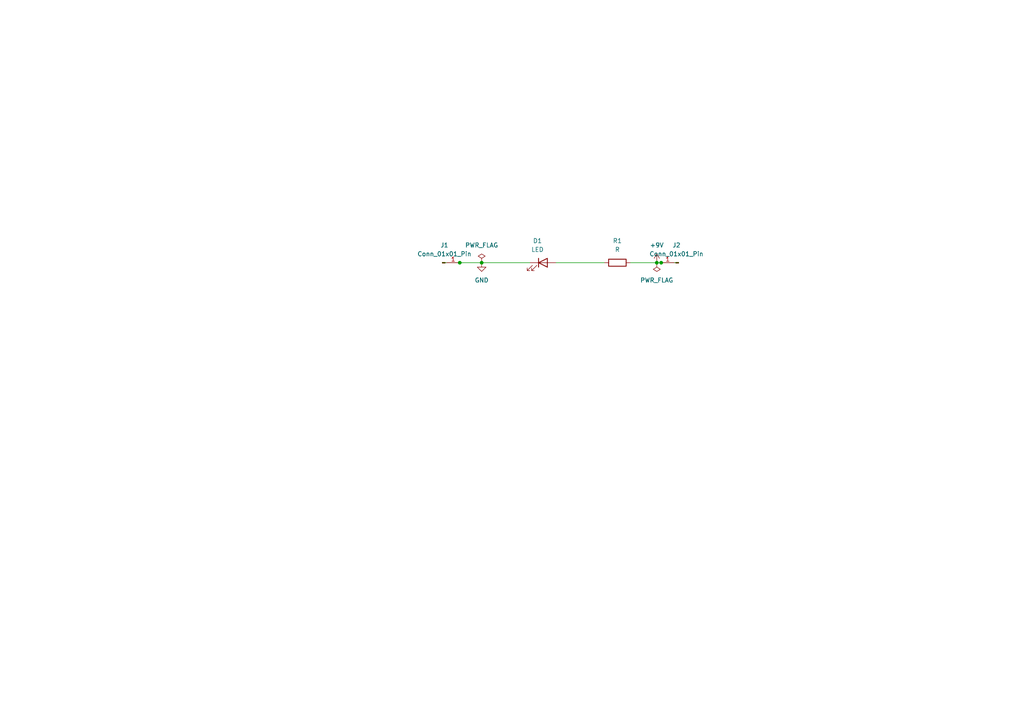
<source format=kicad_sch>
(kicad_sch
	(version 20231120)
	(generator "eeschema")
	(generator_version "8.0")
	(uuid "a852e7f9-8b24-460a-9450-6578a0dcf22f")
	(paper "A4")
	(lib_symbols
		(symbol "Connector:Conn_01x01_Pin"
			(pin_names
				(offset 1.016) hide)
			(exclude_from_sim no)
			(in_bom yes)
			(on_board yes)
			(property "Reference" "J"
				(at 0 2.54 0)
				(effects
					(font
						(size 1.27 1.27)
					)
				)
			)
			(property "Value" "Conn_01x01_Pin"
				(at 0 -2.54 0)
				(effects
					(font
						(size 1.27 1.27)
					)
				)
			)
			(property "Footprint" ""
				(at 0 0 0)
				(effects
					(font
						(size 1.27 1.27)
					)
					(hide yes)
				)
			)
			(property "Datasheet" "~"
				(at 0 0 0)
				(effects
					(font
						(size 1.27 1.27)
					)
					(hide yes)
				)
			)
			(property "Description" "Generic connector, single row, 01x01, script generated"
				(at 0 0 0)
				(effects
					(font
						(size 1.27 1.27)
					)
					(hide yes)
				)
			)
			(property "ki_locked" ""
				(at 0 0 0)
				(effects
					(font
						(size 1.27 1.27)
					)
				)
			)
			(property "ki_keywords" "connector"
				(at 0 0 0)
				(effects
					(font
						(size 1.27 1.27)
					)
					(hide yes)
				)
			)
			(property "ki_fp_filters" "Connector*:*_1x??_*"
				(at 0 0 0)
				(effects
					(font
						(size 1.27 1.27)
					)
					(hide yes)
				)
			)
			(symbol "Conn_01x01_Pin_1_1"
				(polyline
					(pts
						(xy 1.27 0) (xy 0.8636 0)
					)
					(stroke
						(width 0.1524)
						(type default)
					)
					(fill
						(type none)
					)
				)
				(rectangle
					(start 0.8636 0.127)
					(end 0 -0.127)
					(stroke
						(width 0.1524)
						(type default)
					)
					(fill
						(type outline)
					)
				)
				(pin passive line
					(at 5.08 0 180)
					(length 3.81)
					(name "Pin_1"
						(effects
							(font
								(size 1.27 1.27)
							)
						)
					)
					(number "1"
						(effects
							(font
								(size 1.27 1.27)
							)
						)
					)
				)
			)
		)
		(symbol "Device:LED"
			(pin_numbers hide)
			(pin_names
				(offset 1.016) hide)
			(exclude_from_sim no)
			(in_bom yes)
			(on_board yes)
			(property "Reference" "D"
				(at 0 2.54 0)
				(effects
					(font
						(size 1.27 1.27)
					)
				)
			)
			(property "Value" "LED"
				(at 0 -2.54 0)
				(effects
					(font
						(size 1.27 1.27)
					)
				)
			)
			(property "Footprint" ""
				(at 0 0 0)
				(effects
					(font
						(size 1.27 1.27)
					)
					(hide yes)
				)
			)
			(property "Datasheet" "~"
				(at 0 0 0)
				(effects
					(font
						(size 1.27 1.27)
					)
					(hide yes)
				)
			)
			(property "Description" "Light emitting diode"
				(at 0 0 0)
				(effects
					(font
						(size 1.27 1.27)
					)
					(hide yes)
				)
			)
			(property "ki_keywords" "LED diode"
				(at 0 0 0)
				(effects
					(font
						(size 1.27 1.27)
					)
					(hide yes)
				)
			)
			(property "ki_fp_filters" "LED* LED_SMD:* LED_THT:*"
				(at 0 0 0)
				(effects
					(font
						(size 1.27 1.27)
					)
					(hide yes)
				)
			)
			(symbol "LED_0_1"
				(polyline
					(pts
						(xy -1.27 -1.27) (xy -1.27 1.27)
					)
					(stroke
						(width 0.254)
						(type default)
					)
					(fill
						(type none)
					)
				)
				(polyline
					(pts
						(xy -1.27 0) (xy 1.27 0)
					)
					(stroke
						(width 0)
						(type default)
					)
					(fill
						(type none)
					)
				)
				(polyline
					(pts
						(xy 1.27 -1.27) (xy 1.27 1.27) (xy -1.27 0) (xy 1.27 -1.27)
					)
					(stroke
						(width 0.254)
						(type default)
					)
					(fill
						(type none)
					)
				)
				(polyline
					(pts
						(xy -3.048 -0.762) (xy -4.572 -2.286) (xy -3.81 -2.286) (xy -4.572 -2.286) (xy -4.572 -1.524)
					)
					(stroke
						(width 0)
						(type default)
					)
					(fill
						(type none)
					)
				)
				(polyline
					(pts
						(xy -1.778 -0.762) (xy -3.302 -2.286) (xy -2.54 -2.286) (xy -3.302 -2.286) (xy -3.302 -1.524)
					)
					(stroke
						(width 0)
						(type default)
					)
					(fill
						(type none)
					)
				)
			)
			(symbol "LED_1_1"
				(pin passive line
					(at -3.81 0 0)
					(length 2.54)
					(name "K"
						(effects
							(font
								(size 1.27 1.27)
							)
						)
					)
					(number "1"
						(effects
							(font
								(size 1.27 1.27)
							)
						)
					)
				)
				(pin passive line
					(at 3.81 0 180)
					(length 2.54)
					(name "A"
						(effects
							(font
								(size 1.27 1.27)
							)
						)
					)
					(number "2"
						(effects
							(font
								(size 1.27 1.27)
							)
						)
					)
				)
			)
		)
		(symbol "Device:R"
			(pin_numbers hide)
			(pin_names
				(offset 0)
			)
			(exclude_from_sim no)
			(in_bom yes)
			(on_board yes)
			(property "Reference" "R"
				(at 2.032 0 90)
				(effects
					(font
						(size 1.27 1.27)
					)
				)
			)
			(property "Value" "R"
				(at 0 0 90)
				(effects
					(font
						(size 1.27 1.27)
					)
				)
			)
			(property "Footprint" ""
				(at -1.778 0 90)
				(effects
					(font
						(size 1.27 1.27)
					)
					(hide yes)
				)
			)
			(property "Datasheet" "~"
				(at 0 0 0)
				(effects
					(font
						(size 1.27 1.27)
					)
					(hide yes)
				)
			)
			(property "Description" "Resistor"
				(at 0 0 0)
				(effects
					(font
						(size 1.27 1.27)
					)
					(hide yes)
				)
			)
			(property "ki_keywords" "R res resistor"
				(at 0 0 0)
				(effects
					(font
						(size 1.27 1.27)
					)
					(hide yes)
				)
			)
			(property "ki_fp_filters" "R_*"
				(at 0 0 0)
				(effects
					(font
						(size 1.27 1.27)
					)
					(hide yes)
				)
			)
			(symbol "R_0_1"
				(rectangle
					(start -1.016 -2.54)
					(end 1.016 2.54)
					(stroke
						(width 0.254)
						(type default)
					)
					(fill
						(type none)
					)
				)
			)
			(symbol "R_1_1"
				(pin passive line
					(at 0 3.81 270)
					(length 1.27)
					(name "~"
						(effects
							(font
								(size 1.27 1.27)
							)
						)
					)
					(number "1"
						(effects
							(font
								(size 1.27 1.27)
							)
						)
					)
				)
				(pin passive line
					(at 0 -3.81 90)
					(length 1.27)
					(name "~"
						(effects
							(font
								(size 1.27 1.27)
							)
						)
					)
					(number "2"
						(effects
							(font
								(size 1.27 1.27)
							)
						)
					)
				)
			)
		)
		(symbol "power:+9V"
			(power)
			(pin_numbers hide)
			(pin_names
				(offset 0) hide)
			(exclude_from_sim no)
			(in_bom yes)
			(on_board yes)
			(property "Reference" "#PWR"
				(at 0 -3.81 0)
				(effects
					(font
						(size 1.27 1.27)
					)
					(hide yes)
				)
			)
			(property "Value" "+9V"
				(at 0 3.556 0)
				(effects
					(font
						(size 1.27 1.27)
					)
				)
			)
			(property "Footprint" ""
				(at 0 0 0)
				(effects
					(font
						(size 1.27 1.27)
					)
					(hide yes)
				)
			)
			(property "Datasheet" ""
				(at 0 0 0)
				(effects
					(font
						(size 1.27 1.27)
					)
					(hide yes)
				)
			)
			(property "Description" "Power symbol creates a global label with name \"+9V\""
				(at 0 0 0)
				(effects
					(font
						(size 1.27 1.27)
					)
					(hide yes)
				)
			)
			(property "ki_keywords" "global power"
				(at 0 0 0)
				(effects
					(font
						(size 1.27 1.27)
					)
					(hide yes)
				)
			)
			(symbol "+9V_0_1"
				(polyline
					(pts
						(xy -0.762 1.27) (xy 0 2.54)
					)
					(stroke
						(width 0)
						(type default)
					)
					(fill
						(type none)
					)
				)
				(polyline
					(pts
						(xy 0 0) (xy 0 2.54)
					)
					(stroke
						(width 0)
						(type default)
					)
					(fill
						(type none)
					)
				)
				(polyline
					(pts
						(xy 0 2.54) (xy 0.762 1.27)
					)
					(stroke
						(width 0)
						(type default)
					)
					(fill
						(type none)
					)
				)
			)
			(symbol "+9V_1_1"
				(pin power_in line
					(at 0 0 90)
					(length 0)
					(name "~"
						(effects
							(font
								(size 1.27 1.27)
							)
						)
					)
					(number "1"
						(effects
							(font
								(size 1.27 1.27)
							)
						)
					)
				)
			)
		)
		(symbol "power:GND"
			(power)
			(pin_numbers hide)
			(pin_names
				(offset 0) hide)
			(exclude_from_sim no)
			(in_bom yes)
			(on_board yes)
			(property "Reference" "#PWR"
				(at 0 -6.35 0)
				(effects
					(font
						(size 1.27 1.27)
					)
					(hide yes)
				)
			)
			(property "Value" "GND"
				(at 0 -3.81 0)
				(effects
					(font
						(size 1.27 1.27)
					)
				)
			)
			(property "Footprint" ""
				(at 0 0 0)
				(effects
					(font
						(size 1.27 1.27)
					)
					(hide yes)
				)
			)
			(property "Datasheet" ""
				(at 0 0 0)
				(effects
					(font
						(size 1.27 1.27)
					)
					(hide yes)
				)
			)
			(property "Description" "Power symbol creates a global label with name \"GND\" , ground"
				(at 0 0 0)
				(effects
					(font
						(size 1.27 1.27)
					)
					(hide yes)
				)
			)
			(property "ki_keywords" "global power"
				(at 0 0 0)
				(effects
					(font
						(size 1.27 1.27)
					)
					(hide yes)
				)
			)
			(symbol "GND_0_1"
				(polyline
					(pts
						(xy 0 0) (xy 0 -1.27) (xy 1.27 -1.27) (xy 0 -2.54) (xy -1.27 -1.27) (xy 0 -1.27)
					)
					(stroke
						(width 0)
						(type default)
					)
					(fill
						(type none)
					)
				)
			)
			(symbol "GND_1_1"
				(pin power_in line
					(at 0 0 270)
					(length 0)
					(name "~"
						(effects
							(font
								(size 1.27 1.27)
							)
						)
					)
					(number "1"
						(effects
							(font
								(size 1.27 1.27)
							)
						)
					)
				)
			)
		)
		(symbol "power:PWR_FLAG"
			(power)
			(pin_numbers hide)
			(pin_names
				(offset 0) hide)
			(exclude_from_sim no)
			(in_bom yes)
			(on_board yes)
			(property "Reference" "#FLG"
				(at 0 1.905 0)
				(effects
					(font
						(size 1.27 1.27)
					)
					(hide yes)
				)
			)
			(property "Value" "PWR_FLAG"
				(at 0 3.81 0)
				(effects
					(font
						(size 1.27 1.27)
					)
				)
			)
			(property "Footprint" ""
				(at 0 0 0)
				(effects
					(font
						(size 1.27 1.27)
					)
					(hide yes)
				)
			)
			(property "Datasheet" "~"
				(at 0 0 0)
				(effects
					(font
						(size 1.27 1.27)
					)
					(hide yes)
				)
			)
			(property "Description" "Special symbol for telling ERC where power comes from"
				(at 0 0 0)
				(effects
					(font
						(size 1.27 1.27)
					)
					(hide yes)
				)
			)
			(property "ki_keywords" "flag power"
				(at 0 0 0)
				(effects
					(font
						(size 1.27 1.27)
					)
					(hide yes)
				)
			)
			(symbol "PWR_FLAG_0_0"
				(pin power_out line
					(at 0 0 90)
					(length 0)
					(name "~"
						(effects
							(font
								(size 1.27 1.27)
							)
						)
					)
					(number "1"
						(effects
							(font
								(size 1.27 1.27)
							)
						)
					)
				)
			)
			(symbol "PWR_FLAG_0_1"
				(polyline
					(pts
						(xy 0 0) (xy 0 1.27) (xy -1.016 1.905) (xy 0 2.54) (xy 1.016 1.905) (xy 0 1.27)
					)
					(stroke
						(width 0)
						(type default)
					)
					(fill
						(type none)
					)
				)
			)
		)
	)
	(junction
		(at 191.77 76.2)
		(diameter 0)
		(color 0 0 0 0)
		(uuid "41107ea6-7efa-41ff-a8ee-b0cd31b57df1")
	)
	(junction
		(at 139.7 76.2)
		(diameter 0)
		(color 0 0 0 0)
		(uuid "5d21b82a-aec2-4ae9-b2af-74513c213cfb")
	)
	(junction
		(at 133.35 76.2)
		(diameter 0)
		(color 0 0 0 0)
		(uuid "d1a697e5-afd3-419b-b602-9147694da810")
	)
	(junction
		(at 190.5 76.2)
		(diameter 0)
		(color 0 0 0 0)
		(uuid "eef84bd4-bc4c-4b16-9571-74b67bf2dfe4")
	)
	(wire
		(pts
			(xy 161.29 76.2) (xy 175.26 76.2)
		)
		(stroke
			(width 0)
			(type default)
		)
		(uuid "08ae492f-e100-4216-a48a-551b76acc339")
	)
	(wire
		(pts
			(xy 133.35 76.2) (xy 139.7 76.2)
		)
		(stroke
			(width 0)
			(type default)
		)
		(uuid "0d3d90c3-3783-416a-993b-06afe66e77e6")
	)
	(wire
		(pts
			(xy 139.7 76.2) (xy 153.67 76.2)
		)
		(stroke
			(width 0)
			(type default)
		)
		(uuid "4ee2e9f2-744a-4c76-b130-38c77794f5d6")
	)
	(wire
		(pts
			(xy 182.88 76.2) (xy 190.5 76.2)
		)
		(stroke
			(width 0)
			(type default)
		)
		(uuid "86f4db30-8638-4e4a-b434-9e4d9a629dee")
	)
	(wire
		(pts
			(xy 191.77 76.2) (xy 196.85 76.2)
		)
		(stroke
			(width 0)
			(type default)
		)
		(uuid "ac60a9eb-5ec5-438c-a96d-7a925e14b4e9")
	)
	(wire
		(pts
			(xy 128.27 76.2) (xy 133.35 76.2)
		)
		(stroke
			(width 0)
			(type default)
		)
		(uuid "f81fb48f-6839-470f-9984-8c4d6a57e5a9")
	)
	(wire
		(pts
			(xy 190.5 76.2) (xy 191.77 76.2)
		)
		(stroke
			(width 0)
			(type default)
		)
		(uuid "f91b7102-f303-4c7c-8772-1e1261259d3a")
	)
	(symbol
		(lib_id "Device:R")
		(at 179.07 76.2 90)
		(mirror x)
		(unit 1)
		(exclude_from_sim no)
		(in_bom yes)
		(on_board yes)
		(dnp no)
		(uuid "468453a6-ff84-43a8-ad35-545c8585b9c7")
		(property "Reference" "R1"
			(at 179.07 69.85 90)
			(effects
				(font
					(size 1.27 1.27)
				)
			)
		)
		(property "Value" "R"
			(at 179.07 72.39 90)
			(effects
				(font
					(size 1.27 1.27)
				)
			)
		)
		(property "Footprint" "Resistor_THT:R_Axial_DIN0204_L3.6mm_D1.6mm_P7.62mm_Horizontal"
			(at 179.07 74.422 90)
			(effects
				(font
					(size 1.27 1.27)
				)
				(hide yes)
			)
		)
		(property "Datasheet" "~"
			(at 179.07 76.2 0)
			(effects
				(font
					(size 1.27 1.27)
				)
				(hide yes)
			)
		)
		(property "Description" "Resistor"
			(at 179.07 76.2 0)
			(effects
				(font
					(size 1.27 1.27)
				)
				(hide yes)
			)
		)
		(pin "2"
			(uuid "f9dd561d-ccb2-4ef8-9366-a2f4f6c2bc02")
		)
		(pin "1"
			(uuid "2b25c4e5-6365-40ef-8f30-54a52e15d918")
		)
		(instances
			(project ""
				(path "/a852e7f9-8b24-460a-9450-6578a0dcf22f"
					(reference "R1")
					(unit 1)
				)
			)
		)
	)
	(symbol
		(lib_id "Connector:Conn_01x01_Pin")
		(at 128.27 76.2 0)
		(unit 1)
		(exclude_from_sim no)
		(in_bom yes)
		(on_board yes)
		(dnp no)
		(uuid "4d0c9360-e7bf-4ca7-bff3-884e2b0dd980")
		(property "Reference" "J1"
			(at 128.905 71.12 0)
			(effects
				(font
					(size 1.27 1.27)
				)
			)
		)
		(property "Value" "Conn_01x01_Pin"
			(at 128.905 73.66 0)
			(effects
				(font
					(size 1.27 1.27)
				)
			)
		)
		(property "Footprint" "Connector_PinHeader_1.00mm:PinHeader_1x01_P1.00mm_Vertical"
			(at 128.27 76.2 0)
			(effects
				(font
					(size 1.27 1.27)
				)
				(hide yes)
			)
		)
		(property "Datasheet" "~"
			(at 128.27 76.2 0)
			(effects
				(font
					(size 1.27 1.27)
				)
				(hide yes)
			)
		)
		(property "Description" "Generic connector, single row, 01x01, script generated"
			(at 128.27 76.2 0)
			(effects
				(font
					(size 1.27 1.27)
				)
				(hide yes)
			)
		)
		(pin "1"
			(uuid "51936c26-706a-486c-a862-da2e6cbf6753")
		)
		(instances
			(project ""
				(path "/a852e7f9-8b24-460a-9450-6578a0dcf22f"
					(reference "J1")
					(unit 1)
				)
			)
		)
	)
	(symbol
		(lib_id "Device:LED")
		(at 157.48 76.2 0)
		(unit 1)
		(exclude_from_sim no)
		(in_bom yes)
		(on_board yes)
		(dnp no)
		(fields_autoplaced yes)
		(uuid "509a42cd-b3a7-42b4-b855-f8c14c75fb44")
		(property "Reference" "D1"
			(at 155.8925 69.85 0)
			(effects
				(font
					(size 1.27 1.27)
				)
			)
		)
		(property "Value" "LED"
			(at 155.8925 72.39 0)
			(effects
				(font
					(size 1.27 1.27)
				)
			)
		)
		(property "Footprint" "LED_THT:LED_D3.0mm"
			(at 157.48 76.2 0)
			(effects
				(font
					(size 1.27 1.27)
				)
				(hide yes)
			)
		)
		(property "Datasheet" "~"
			(at 157.48 76.2 0)
			(effects
				(font
					(size 1.27 1.27)
				)
				(hide yes)
			)
		)
		(property "Description" "Light emitting diode"
			(at 157.48 76.2 0)
			(effects
				(font
					(size 1.27 1.27)
				)
				(hide yes)
			)
		)
		(pin "2"
			(uuid "92837331-c78f-431f-8010-da680ab5a07d")
		)
		(pin "1"
			(uuid "4431492e-40a8-4f6f-a94c-84828d676d1d")
		)
		(instances
			(project ""
				(path "/a852e7f9-8b24-460a-9450-6578a0dcf22f"
					(reference "D1")
					(unit 1)
				)
			)
		)
	)
	(symbol
		(lib_id "power:+9V")
		(at 190.5 76.2 0)
		(unit 1)
		(exclude_from_sim no)
		(in_bom yes)
		(on_board yes)
		(dnp no)
		(fields_autoplaced yes)
		(uuid "69770aa2-d668-4e57-994d-9ed7b2a1c891")
		(property "Reference" "#PWR01"
			(at 190.5 80.01 0)
			(effects
				(font
					(size 1.27 1.27)
				)
				(hide yes)
			)
		)
		(property "Value" "+9V"
			(at 190.5 71.12 0)
			(effects
				(font
					(size 1.27 1.27)
				)
			)
		)
		(property "Footprint" ""
			(at 190.5 76.2 0)
			(effects
				(font
					(size 1.27 1.27)
				)
				(hide yes)
			)
		)
		(property "Datasheet" ""
			(at 190.5 76.2 0)
			(effects
				(font
					(size 1.27 1.27)
				)
				(hide yes)
			)
		)
		(property "Description" "Power symbol creates a global label with name \"+9V\""
			(at 190.5 76.2 0)
			(effects
				(font
					(size 1.27 1.27)
				)
				(hide yes)
			)
		)
		(pin "1"
			(uuid "e174bed5-d1bd-41a0-a5d0-9b8ddbcdf2d0")
		)
		(instances
			(project ""
				(path "/a852e7f9-8b24-460a-9450-6578a0dcf22f"
					(reference "#PWR01")
					(unit 1)
				)
			)
		)
	)
	(symbol
		(lib_id "Connector:Conn_01x01_Pin")
		(at 196.85 76.2 0)
		(mirror y)
		(unit 1)
		(exclude_from_sim no)
		(in_bom yes)
		(on_board yes)
		(dnp no)
		(uuid "6db2335a-5f31-4ecb-aaec-fbf8b03ce13d")
		(property "Reference" "J2"
			(at 196.215 71.12 0)
			(effects
				(font
					(size 1.27 1.27)
				)
			)
		)
		(property "Value" "Conn_01x01_Pin"
			(at 196.215 73.66 0)
			(effects
				(font
					(size 1.27 1.27)
				)
			)
		)
		(property "Footprint" "Connector_PinHeader_1.00mm:PinHeader_1x01_P1.00mm_Vertical"
			(at 196.85 76.2 0)
			(effects
				(font
					(size 1.27 1.27)
				)
				(hide yes)
			)
		)
		(property "Datasheet" "~"
			(at 196.85 76.2 0)
			(effects
				(font
					(size 1.27 1.27)
				)
				(hide yes)
			)
		)
		(property "Description" "Generic connector, single row, 01x01, script generated"
			(at 196.85 76.2 0)
			(effects
				(font
					(size 1.27 1.27)
				)
				(hide yes)
			)
		)
		(pin "1"
			(uuid "730e33c0-0552-4453-9013-655296dd7bb1")
		)
		(instances
			(project ""
				(path "/a852e7f9-8b24-460a-9450-6578a0dcf22f"
					(reference "J2")
					(unit 1)
				)
			)
		)
	)
	(symbol
		(lib_id "power:PWR_FLAG")
		(at 190.5 76.2 0)
		(mirror x)
		(unit 1)
		(exclude_from_sim no)
		(in_bom yes)
		(on_board yes)
		(dnp no)
		(uuid "bfd572a8-bf19-4be4-9b43-37ee932f3fe3")
		(property "Reference" "#FLG02"
			(at 190.5 78.105 0)
			(effects
				(font
					(size 1.27 1.27)
				)
				(hide yes)
			)
		)
		(property "Value" "PWR_FLAG"
			(at 190.5 81.28 0)
			(effects
				(font
					(size 1.27 1.27)
				)
			)
		)
		(property "Footprint" ""
			(at 190.5 76.2 0)
			(effects
				(font
					(size 1.27 1.27)
				)
				(hide yes)
			)
		)
		(property "Datasheet" "~"
			(at 190.5 76.2 0)
			(effects
				(font
					(size 1.27 1.27)
				)
				(hide yes)
			)
		)
		(property "Description" "Special symbol for telling ERC where power comes from"
			(at 190.5 76.2 0)
			(effects
				(font
					(size 1.27 1.27)
				)
				(hide yes)
			)
		)
		(pin "1"
			(uuid "91f24161-ccbd-4022-90c5-3a492cd78a33")
		)
		(instances
			(project ""
				(path "/a852e7f9-8b24-460a-9450-6578a0dcf22f"
					(reference "#FLG02")
					(unit 1)
				)
			)
		)
	)
	(symbol
		(lib_id "power:GND")
		(at 139.7 76.2 0)
		(unit 1)
		(exclude_from_sim no)
		(in_bom yes)
		(on_board yes)
		(dnp no)
		(fields_autoplaced yes)
		(uuid "d5cd2eb3-16bf-4dd8-af89-1d6b9502418e")
		(property "Reference" "#PWR02"
			(at 139.7 82.55 0)
			(effects
				(font
					(size 1.27 1.27)
				)
				(hide yes)
			)
		)
		(property "Value" "GND"
			(at 139.7 81.28 0)
			(effects
				(font
					(size 1.27 1.27)
				)
			)
		)
		(property "Footprint" ""
			(at 139.7 76.2 0)
			(effects
				(font
					(size 1.27 1.27)
				)
				(hide yes)
			)
		)
		(property "Datasheet" ""
			(at 139.7 76.2 0)
			(effects
				(font
					(size 1.27 1.27)
				)
				(hide yes)
			)
		)
		(property "Description" "Power symbol creates a global label with name \"GND\" , ground"
			(at 139.7 76.2 0)
			(effects
				(font
					(size 1.27 1.27)
				)
				(hide yes)
			)
		)
		(pin "1"
			(uuid "e5715a33-60b3-4243-a485-357462dbdfef")
		)
		(instances
			(project ""
				(path "/a852e7f9-8b24-460a-9450-6578a0dcf22f"
					(reference "#PWR02")
					(unit 1)
				)
			)
		)
	)
	(symbol
		(lib_id "power:PWR_FLAG")
		(at 139.7 76.2 0)
		(unit 1)
		(exclude_from_sim no)
		(in_bom yes)
		(on_board yes)
		(dnp no)
		(fields_autoplaced yes)
		(uuid "d68f3e75-b579-42bf-be61-d96dd898a467")
		(property "Reference" "#FLG01"
			(at 139.7 74.295 0)
			(effects
				(font
					(size 1.27 1.27)
				)
				(hide yes)
			)
		)
		(property "Value" "PWR_FLAG"
			(at 139.7 71.12 0)
			(effects
				(font
					(size 1.27 1.27)
				)
			)
		)
		(property "Footprint" ""
			(at 139.7 76.2 0)
			(effects
				(font
					(size 1.27 1.27)
				)
				(hide yes)
			)
		)
		(property "Datasheet" "~"
			(at 139.7 76.2 0)
			(effects
				(font
					(size 1.27 1.27)
				)
				(hide yes)
			)
		)
		(property "Description" "Special symbol for telling ERC where power comes from"
			(at 139.7 76.2 0)
			(effects
				(font
					(size 1.27 1.27)
				)
				(hide yes)
			)
		)
		(pin "1"
			(uuid "22378679-e431-45bc-9aee-955998d7b3ed")
		)
		(instances
			(project ""
				(path "/a852e7f9-8b24-460a-9450-6578a0dcf22f"
					(reference "#FLG01")
					(unit 1)
				)
			)
		)
	)
	(sheet_instances
		(path "/"
			(page "1")
		)
	)
)

</source>
